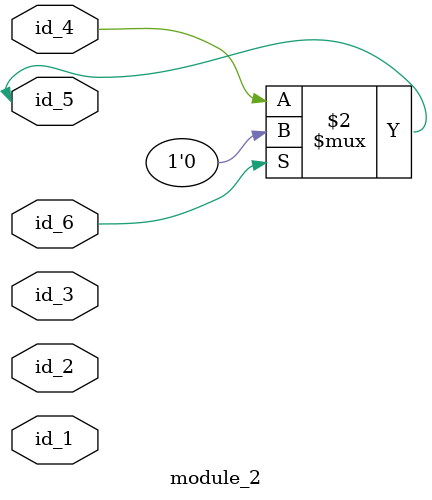
<source format=v>
module module_0;
  assign id_1 = id_1;
  assign id_1 = 1'd0;
  wire id_2;
  assign id_2 = ~id_1;
endmodule
module module_1;
  assign id_1 = id_1 ? 1 : id_1;
  module_0 modCall_1 ();
  assign modCall_1.id_1 = 0;
endmodule
module module_2 (
    id_1,
    id_2,
    id_3,
    id_4,
    id_5,
    id_6
);
  input wire id_6;
  inout wire id_5;
  inout wire id_4;
  inout wire id_3;
  input wire id_2;
  input wire id_1;
  assign id_5 = ~id_6 ? id_4 : 1'b0;
  module_0 modCall_1 ();
endmodule

</source>
